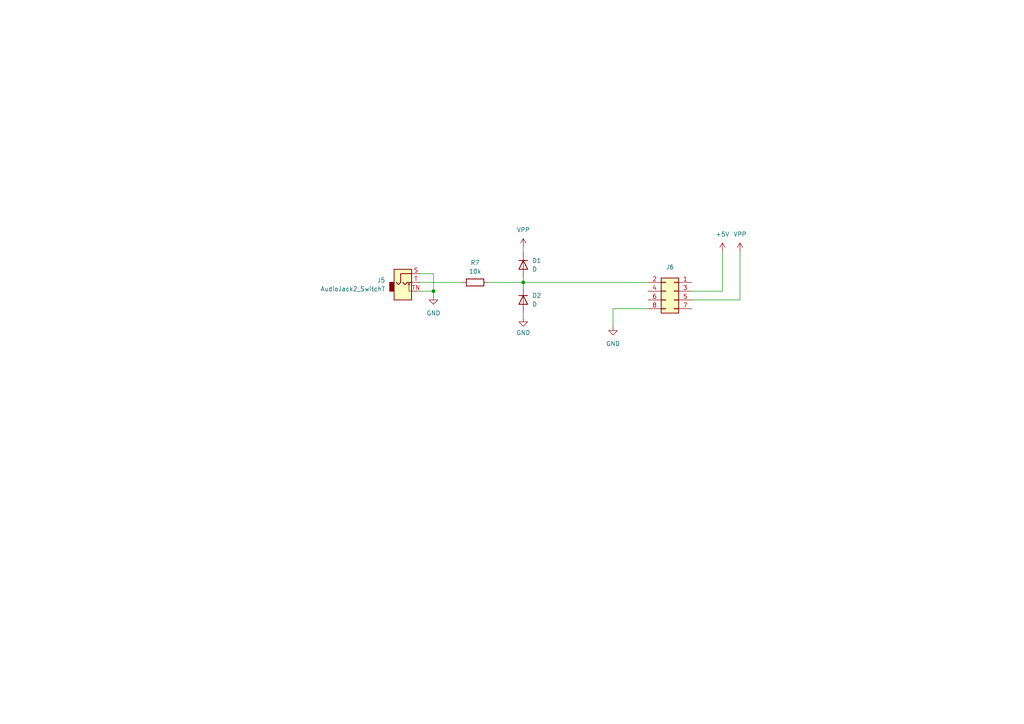
<source format=kicad_sch>
(kicad_sch (version 20211123) (generator eeschema)
  (paper "A4")
  (lib_symbols
    (symbol "Connector:AudioJack2_SwitchT"
      (property "Reference" "J" (at 0 8.89 0))
      (property "Value" "AudioJack2_SwitchT" (at 0 6.35 0))
      (symbol "AudioJack2_SwitchT_0_1"
        (rectangle (start -2.54 0) (end -3.81 -2.54) (stroke (width 0.254)) (fill (type outline)))
        (polyline (pts (xy 1.778 -0.254) (xy 2.032 -0.762)))
        (polyline (pts (xy 0 0) (xy 0.635 -0.635) (xy 1.27 0) (xy 2.54 0)) (stroke (width 0.254)))
        (polyline (pts (xy 2.54 -2.54) (xy 1.778 -2.54) (xy 1.778 -0.254) (xy 1.524 -0.762)))
        (polyline (pts (xy 2.54 2.54) (xy -0.635 2.54) (xy -0.635 0) (xy -1.27 -0.635) (xy -1.905 0)) (stroke (width 0.254)))
        (rectangle (start 2.54 3.81) (end -2.54 -5.08) (stroke (width 0.254)) (fill (type background)))
      )
      (symbol "AudioJack2_SwitchT_1_1"
        (pin passive line (at 5.08 2.54 180) (length 2.54) (name "~") (number "S"))
        (pin passive line (at 5.08 0 180) (length 2.54) (name "~") (number "T"))
        (pin passive line (at 5.08 -2.54 180) (length 2.54) (name "~") (number "TN"))
      )
    )
    (symbol "Connector_Generic:Conn_02x04_Odd_Even" (pin_names (offset 1.016) hide)
      (property "Reference" "J" (at 1.27 5.08 0))
      (property "Value" "Conn_02x04_Odd_Even" (at 1.27 -7.62 0))
      (symbol "Conn_02x04_Odd_Even_1_1"
        (rectangle (start -1.27 -4.953) (end 0 -5.207) (stroke (width 0.1524)))
        (rectangle (start -1.27 -2.413) (end 0 -2.667) (stroke (width 0.1524)))
        (rectangle (start -1.27 0.127) (end 0 -0.127) (stroke (width 0.1524)))
        (rectangle (start -1.27 2.667) (end 0 2.413) (stroke (width 0.1524)))
        (rectangle (start -1.27 3.81) (end 3.81 -6.35) (stroke (width 0.254)) (fill (type background)))
        (rectangle (start 3.81 -4.953) (end 2.54 -5.207) (stroke (width 0.1524)))
        (rectangle (start 3.81 -2.413) (end 2.54 -2.667) (stroke (width 0.1524)))
        (rectangle (start 3.81 0.127) (end 2.54 -0.127) (stroke (width 0.1524)))
        (rectangle (start 3.81 2.667) (end 2.54 2.413) (stroke (width 0.1524)))
        (pin passive line (at -5.08 2.54 0) (length 3.81) (name "Pin_1") (number "1"))
        (pin passive line (at 7.62 2.54 180) (length 3.81) (name "Pin_2") (number "2"))
        (pin passive line (at -5.08 0 0) (length 3.81) (name "Pin_3") (number "3"))
        (pin passive line (at 7.62 0 180) (length 3.81) (name "Pin_4") (number "4"))
        (pin passive line (at -5.08 -2.54 0) (length 3.81) (name "Pin_5") (number "5"))
        (pin passive line (at 7.62 -2.54 180) (length 3.81) (name "Pin_6") (number "6"))
        (pin passive line (at -5.08 -5.08 0) (length 3.81) (name "Pin_7") (number "7"))
        (pin passive line (at 7.62 -5.08 180) (length 3.81) (name "Pin_8") (number "8"))
      )
    )
    (symbol "Device:D" (pin_numbers hide) (pin_names (offset 1.016) hide)
      (property "Reference" "D" (at 0 2.54 0))
      (property "Value" "D" (at 0 -2.54 0))
      (symbol "D_0_1"
        (polyline (pts (xy -1.27 1.27) (xy -1.27 -1.27)) (stroke (width 0.254)))
        (polyline (pts (xy 1.27 0) (xy -1.27 0)))
        (polyline (pts (xy 1.27 1.27) (xy 1.27 -1.27) (xy -1.27 0) (xy 1.27 1.27)) (stroke (width 0.254)))
      )
      (symbol "D_1_1"
        (pin passive line (at -3.81 0 0) (length 2.54) (name "K") (number "1"))
        (pin passive line (at 3.81 0 180) (length 2.54) (name "A") (number "2"))
      )
    )
    (symbol "Device:R" (pin_numbers hide) (pin_names (offset 0))
      (property "Reference" "R" (at 2.032 0 90))
      (property "Value" "R" (at 0 0 90))
      (symbol "R_0_1"
        (rectangle (start -1.016 -2.54) (end 1.016 2.54) (stroke (width 0.254)))
      )
      (symbol "R_1_1"
        (pin passive line (at 0 3.81 270) (length 1.27) (name "~") (number "1"))
        (pin passive line (at 0 -3.81 90) (length 1.27) (name "~") (number "2"))
      )
    )
    (symbol "power:+5V" (power) (pin_names (offset 0))
      (property "Value" "+5V" (at 0 3.556 0))
      (symbol "+5V_0_1"
        (polyline (pts (xy -0.762 1.27) (xy 0 2.54)))
        (polyline (pts (xy 0 0) (xy 0 2.54)))
        (polyline (pts (xy 0 2.54) (xy 0.762 1.27)))
      )
      (symbol "+5V_1_1"
        (pin power_in line (at 0 0 90) (length 0) hide (name "+5V") (number "1"))
      )
    )
    (symbol "power:GND" (power) (pin_names (offset 0))
      (property "Value" "GND" (at 0 -3.81 0))
      (symbol "GND_0_1"
        (polyline (pts (xy 0 0) (xy 0 -1.27) (xy 1.27 -1.27) (xy 0 -2.54) (xy -1.27 -1.27) (xy 0 -1.27)))
      )
      (symbol "GND_1_1"
        (pin power_in line (at 0 0 270) (length 0) hide (name "GND") (number "1"))
      )
    )
    (symbol "power:VPP" (power) (pin_names (offset 0))
      (property "Value" "VPP" (at 0 3.81 0))
      (symbol "VPP_0_1"
        (polyline (pts (xy -0.762 1.27) (xy 0 2.54)))
        (polyline (pts (xy 0 0) (xy 0 2.54)))
        (polyline (pts (xy 0 2.54) (xy 0.762 1.27)))
      )
      (symbol "VPP_1_1"
        (pin power_in line (at 0 0 90) (length 0) hide (name "VPP") (number "1"))
      )
    )
  )
  (junction (at 125.73 84.455))
  (junction (at 151.765 81.915))
  (wire (pts (xy 121.92 81.915) (xy 133.985 81.915)))
  (wire (pts (xy 125.73 79.375) (xy 125.73 84.455)))
  (wire (pts (xy 151.765 71.755) (xy 151.765 73.025)))
  (wire (pts (xy 125.73 84.455) (xy 125.73 85.725)))
  (wire (pts (xy 151.765 80.645) (xy 151.765 81.915)))
  (wire (pts (xy 214.63 86.995) (xy 214.63 73.025)))
  (wire (pts (xy 151.765 92.075) (xy 151.765 90.805)))
  (wire (pts (xy 209.55 73.025) (xy 209.55 84.455)))
  (wire (pts (xy 187.96 89.535) (xy 177.8 89.535)))
  (wire (pts (xy 121.92 79.375) (xy 125.73 79.375)))
  (wire (pts (xy 209.55 84.455) (xy 200.66 84.455)))
  (wire (pts (xy 125.73 84.455) (xy 121.92 84.455)))
  (wire (pts (xy 141.605 81.915) (xy 151.765 81.915)))
  (wire (pts (xy 177.8 89.535) (xy 177.8 94.615)))
  (wire (pts (xy 200.66 86.995) (xy 214.63 86.995)))
  (wire (pts (xy 187.96 81.915) (xy 151.765 81.915)))
  (wire (pts (xy 151.765 81.915) (xy 151.765 83.185)))
  (symbol (lib_id "power:GND") (at 177.8 94.615 0) (unit 1)
    (property "Reference" "#PWR0107" (effects hide))
    (property "Value" "GND" (at 177.8 99.695 0))
  )
  (symbol (lib_id "Device:R") (at 137.795 81.915 90) (unit 1)
    (property "Reference" "R7" (at 137.795 76.2 90))
    (property "Value" "10k" (at 137.795 78.74 90))
    (property "Footprint" "Resistor_SMD:R_1206_3216Metric_Pad1.30x1.75mm_HandSolder" (effects hide))
  )
  (symbol (lib_id "Device:D") (at 151.765 86.995 270) (unit 1)
    (property "Reference" "D2" (at 154.305 85.7249 90) (effects (justify left)))
    (property "Value" "D" (at 154.305 88.2649 90) (effects (justify left)))
    (property "Footprint" "Diode_SMD:D_1206_3216Metric_Pad1.42x1.75mm_HandSolder" (effects hide))
  )
  (symbol (lib_id "power:VPP") (at 214.63 73.025 0) (unit 1)
    (property "Reference" "#PWR0147" (effects hide))
    (property "Value" "VPP" (at 214.63 67.945 0))
  )
  (symbol (lib_id "power:GND") (at 125.73 85.725 0) (mirror y) (unit 1)
    (property "Reference" "#PWR0101" (effects hide))
    (property "Value" "GND" (at 125.73 90.805 0))
  )
  (symbol (lib_id "power:GND") (at 151.765 92.075 0) (unit 1)
    (property "Reference" "#PWR0104" (effects hide))
    (property "Value" "GND" (at 151.765 96.52 0))
  )
  (symbol (lib_id "Connector:AudioJack2_SwitchT") (at 116.84 81.915 0) (unit 1)
    (property "Reference" "J5" (at 111.76 81.2799 0) (effects (justify right)))
    (property "Value" "AudioJack2_SwitchT" (at 111.76 83.8199 0) (effects (justify right)))
    (property "Footprint" "Connector_Audio:Jack_3.5mm_QingPu_WQP-PJ398SM_Vertical_CircularHoles" (effects hide))
  )
  (symbol (lib_id "power:+5V") (at 209.55 73.025 0) (unit 1)
    (property "Reference" "#PWR0105" (effects hide))
    (property "Value" "+5V" (at 209.55 67.945 0))
  )
  (symbol (lib_id "Device:D") (at 151.765 76.835 270) (unit 1)
    (property "Reference" "D1" (at 154.305 75.5649 90) (effects (justify left)))
    (property "Value" "D" (at 154.305 78.1049 90) (effects (justify left)))
    (property "Footprint" "Diode_SMD:D_1206_3216Metric_Pad1.42x1.75mm_HandSolder" (effects hide))
  )
  (symbol (lib_id "Connector_Generic:Conn_02x04_Odd_Even") (at 195.58 84.455 0) (mirror y) (unit 1)
    (property "Reference" "J6" (at 194.31 77.47 0))
    (property "Footprint" "Connector_PinHeader_2.54mm:PinHeader_2x04_P2.54mm_Vertical" (effects hide))
  )
  (symbol (lib_id "power:VPP") (at 151.765 71.755 0) (unit 1)
    (property "Reference" "#PWR0143" (effects hide))
    (property "Value" "VPP" (at 151.765 66.675 0))
  )
)
</source>
